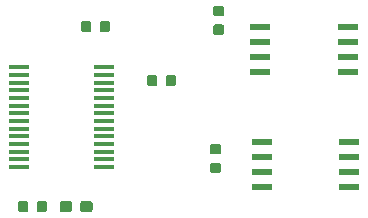
<source format=gbr>
G04 #@! TF.GenerationSoftware,KiCad,Pcbnew,(5.1.2)-2*
G04 #@! TF.CreationDate,2020-08-22T00:21:16+09:00*
G04 #@! TF.ProjectId,IRRemo,49525265-6d6f-42e6-9b69-6361645f7063,rev?*
G04 #@! TF.SameCoordinates,Original*
G04 #@! TF.FileFunction,Paste,Top*
G04 #@! TF.FilePolarity,Positive*
%FSLAX46Y46*%
G04 Gerber Fmt 4.6, Leading zero omitted, Abs format (unit mm)*
G04 Created by KiCad (PCBNEW (5.1.2)-2) date 2020-08-22 00:21:16*
%MOMM*%
%LPD*%
G04 APERTURE LIST*
%ADD10R,1.750000X0.550000*%
%ADD11R,1.750000X0.450000*%
%ADD12C,0.100000*%
%ADD13C,0.950000*%
%ADD14C,0.875000*%
G04 APERTURE END LIST*
D10*
X134256000Y-89281000D03*
X134256000Y-90551000D03*
X134256000Y-91821000D03*
X134256000Y-93091000D03*
X126856000Y-93091000D03*
X126856000Y-91821000D03*
X126856000Y-90551000D03*
X126856000Y-89281000D03*
X134112000Y-79502000D03*
X134112000Y-80772000D03*
X134112000Y-82042000D03*
X134112000Y-83312000D03*
X126712000Y-83312000D03*
X126712000Y-82042000D03*
X126712000Y-80772000D03*
X126712000Y-79502000D03*
D11*
X113489000Y-82941000D03*
X113489000Y-83591000D03*
X113489000Y-84241000D03*
X113489000Y-84891000D03*
X113489000Y-85541000D03*
X113489000Y-86191000D03*
X113489000Y-86841000D03*
X113489000Y-87491000D03*
X113489000Y-88141000D03*
X113489000Y-88791000D03*
X113489000Y-89441000D03*
X113489000Y-90091000D03*
X113489000Y-90741000D03*
X113489000Y-91391000D03*
X106289000Y-91391000D03*
X106289000Y-90741000D03*
X106289000Y-90091000D03*
X106289000Y-89441000D03*
X106289000Y-88791000D03*
X106289000Y-88141000D03*
X106289000Y-87491000D03*
X106289000Y-86841000D03*
X106289000Y-86191000D03*
X106289000Y-85541000D03*
X106289000Y-84891000D03*
X106289000Y-84241000D03*
X106289000Y-83591000D03*
X106289000Y-82941000D03*
D12*
G36*
X112296779Y-94268144D02*
G01*
X112319834Y-94271563D01*
X112342443Y-94277227D01*
X112364387Y-94285079D01*
X112385457Y-94295044D01*
X112405448Y-94307026D01*
X112424168Y-94320910D01*
X112441438Y-94336562D01*
X112457090Y-94353832D01*
X112470974Y-94372552D01*
X112482956Y-94392543D01*
X112492921Y-94413613D01*
X112500773Y-94435557D01*
X112506437Y-94458166D01*
X112509856Y-94481221D01*
X112511000Y-94504500D01*
X112511000Y-94979500D01*
X112509856Y-95002779D01*
X112506437Y-95025834D01*
X112500773Y-95048443D01*
X112492921Y-95070387D01*
X112482956Y-95091457D01*
X112470974Y-95111448D01*
X112457090Y-95130168D01*
X112441438Y-95147438D01*
X112424168Y-95163090D01*
X112405448Y-95176974D01*
X112385457Y-95188956D01*
X112364387Y-95198921D01*
X112342443Y-95206773D01*
X112319834Y-95212437D01*
X112296779Y-95215856D01*
X112273500Y-95217000D01*
X111698500Y-95217000D01*
X111675221Y-95215856D01*
X111652166Y-95212437D01*
X111629557Y-95206773D01*
X111607613Y-95198921D01*
X111586543Y-95188956D01*
X111566552Y-95176974D01*
X111547832Y-95163090D01*
X111530562Y-95147438D01*
X111514910Y-95130168D01*
X111501026Y-95111448D01*
X111489044Y-95091457D01*
X111479079Y-95070387D01*
X111471227Y-95048443D01*
X111465563Y-95025834D01*
X111462144Y-95002779D01*
X111461000Y-94979500D01*
X111461000Y-94504500D01*
X111462144Y-94481221D01*
X111465563Y-94458166D01*
X111471227Y-94435557D01*
X111479079Y-94413613D01*
X111489044Y-94392543D01*
X111501026Y-94372552D01*
X111514910Y-94353832D01*
X111530562Y-94336562D01*
X111547832Y-94320910D01*
X111566552Y-94307026D01*
X111586543Y-94295044D01*
X111607613Y-94285079D01*
X111629557Y-94277227D01*
X111652166Y-94271563D01*
X111675221Y-94268144D01*
X111698500Y-94267000D01*
X112273500Y-94267000D01*
X112296779Y-94268144D01*
X112296779Y-94268144D01*
G37*
D13*
X111986000Y-94742000D03*
D12*
G36*
X110546779Y-94268144D02*
G01*
X110569834Y-94271563D01*
X110592443Y-94277227D01*
X110614387Y-94285079D01*
X110635457Y-94295044D01*
X110655448Y-94307026D01*
X110674168Y-94320910D01*
X110691438Y-94336562D01*
X110707090Y-94353832D01*
X110720974Y-94372552D01*
X110732956Y-94392543D01*
X110742921Y-94413613D01*
X110750773Y-94435557D01*
X110756437Y-94458166D01*
X110759856Y-94481221D01*
X110761000Y-94504500D01*
X110761000Y-94979500D01*
X110759856Y-95002779D01*
X110756437Y-95025834D01*
X110750773Y-95048443D01*
X110742921Y-95070387D01*
X110732956Y-95091457D01*
X110720974Y-95111448D01*
X110707090Y-95130168D01*
X110691438Y-95147438D01*
X110674168Y-95163090D01*
X110655448Y-95176974D01*
X110635457Y-95188956D01*
X110614387Y-95198921D01*
X110592443Y-95206773D01*
X110569834Y-95212437D01*
X110546779Y-95215856D01*
X110523500Y-95217000D01*
X109948500Y-95217000D01*
X109925221Y-95215856D01*
X109902166Y-95212437D01*
X109879557Y-95206773D01*
X109857613Y-95198921D01*
X109836543Y-95188956D01*
X109816552Y-95176974D01*
X109797832Y-95163090D01*
X109780562Y-95147438D01*
X109764910Y-95130168D01*
X109751026Y-95111448D01*
X109739044Y-95091457D01*
X109729079Y-95070387D01*
X109721227Y-95048443D01*
X109715563Y-95025834D01*
X109712144Y-95002779D01*
X109711000Y-94979500D01*
X109711000Y-94504500D01*
X109712144Y-94481221D01*
X109715563Y-94458166D01*
X109721227Y-94435557D01*
X109729079Y-94413613D01*
X109739044Y-94392543D01*
X109751026Y-94372552D01*
X109764910Y-94353832D01*
X109780562Y-94336562D01*
X109797832Y-94320910D01*
X109816552Y-94307026D01*
X109836543Y-94295044D01*
X109857613Y-94285079D01*
X109879557Y-94277227D01*
X109902166Y-94271563D01*
X109925221Y-94268144D01*
X109948500Y-94267000D01*
X110523500Y-94267000D01*
X110546779Y-94268144D01*
X110546779Y-94268144D01*
G37*
D13*
X110236000Y-94742000D03*
D12*
G36*
X108443691Y-94268053D02*
G01*
X108464926Y-94271203D01*
X108485750Y-94276419D01*
X108505962Y-94283651D01*
X108525368Y-94292830D01*
X108543781Y-94303866D01*
X108561024Y-94316654D01*
X108576930Y-94331070D01*
X108591346Y-94346976D01*
X108604134Y-94364219D01*
X108615170Y-94382632D01*
X108624349Y-94402038D01*
X108631581Y-94422250D01*
X108636797Y-94443074D01*
X108639947Y-94464309D01*
X108641000Y-94485750D01*
X108641000Y-94998250D01*
X108639947Y-95019691D01*
X108636797Y-95040926D01*
X108631581Y-95061750D01*
X108624349Y-95081962D01*
X108615170Y-95101368D01*
X108604134Y-95119781D01*
X108591346Y-95137024D01*
X108576930Y-95152930D01*
X108561024Y-95167346D01*
X108543781Y-95180134D01*
X108525368Y-95191170D01*
X108505962Y-95200349D01*
X108485750Y-95207581D01*
X108464926Y-95212797D01*
X108443691Y-95215947D01*
X108422250Y-95217000D01*
X107984750Y-95217000D01*
X107963309Y-95215947D01*
X107942074Y-95212797D01*
X107921250Y-95207581D01*
X107901038Y-95200349D01*
X107881632Y-95191170D01*
X107863219Y-95180134D01*
X107845976Y-95167346D01*
X107830070Y-95152930D01*
X107815654Y-95137024D01*
X107802866Y-95119781D01*
X107791830Y-95101368D01*
X107782651Y-95081962D01*
X107775419Y-95061750D01*
X107770203Y-95040926D01*
X107767053Y-95019691D01*
X107766000Y-94998250D01*
X107766000Y-94485750D01*
X107767053Y-94464309D01*
X107770203Y-94443074D01*
X107775419Y-94422250D01*
X107782651Y-94402038D01*
X107791830Y-94382632D01*
X107802866Y-94364219D01*
X107815654Y-94346976D01*
X107830070Y-94331070D01*
X107845976Y-94316654D01*
X107863219Y-94303866D01*
X107881632Y-94292830D01*
X107901038Y-94283651D01*
X107921250Y-94276419D01*
X107942074Y-94271203D01*
X107963309Y-94268053D01*
X107984750Y-94267000D01*
X108422250Y-94267000D01*
X108443691Y-94268053D01*
X108443691Y-94268053D01*
G37*
D14*
X108203500Y-94742000D03*
D12*
G36*
X106868691Y-94268053D02*
G01*
X106889926Y-94271203D01*
X106910750Y-94276419D01*
X106930962Y-94283651D01*
X106950368Y-94292830D01*
X106968781Y-94303866D01*
X106986024Y-94316654D01*
X107001930Y-94331070D01*
X107016346Y-94346976D01*
X107029134Y-94364219D01*
X107040170Y-94382632D01*
X107049349Y-94402038D01*
X107056581Y-94422250D01*
X107061797Y-94443074D01*
X107064947Y-94464309D01*
X107066000Y-94485750D01*
X107066000Y-94998250D01*
X107064947Y-95019691D01*
X107061797Y-95040926D01*
X107056581Y-95061750D01*
X107049349Y-95081962D01*
X107040170Y-95101368D01*
X107029134Y-95119781D01*
X107016346Y-95137024D01*
X107001930Y-95152930D01*
X106986024Y-95167346D01*
X106968781Y-95180134D01*
X106950368Y-95191170D01*
X106930962Y-95200349D01*
X106910750Y-95207581D01*
X106889926Y-95212797D01*
X106868691Y-95215947D01*
X106847250Y-95217000D01*
X106409750Y-95217000D01*
X106388309Y-95215947D01*
X106367074Y-95212797D01*
X106346250Y-95207581D01*
X106326038Y-95200349D01*
X106306632Y-95191170D01*
X106288219Y-95180134D01*
X106270976Y-95167346D01*
X106255070Y-95152930D01*
X106240654Y-95137024D01*
X106227866Y-95119781D01*
X106216830Y-95101368D01*
X106207651Y-95081962D01*
X106200419Y-95061750D01*
X106195203Y-95040926D01*
X106192053Y-95019691D01*
X106191000Y-94998250D01*
X106191000Y-94485750D01*
X106192053Y-94464309D01*
X106195203Y-94443074D01*
X106200419Y-94422250D01*
X106207651Y-94402038D01*
X106216830Y-94382632D01*
X106227866Y-94364219D01*
X106240654Y-94346976D01*
X106255070Y-94331070D01*
X106270976Y-94316654D01*
X106288219Y-94303866D01*
X106306632Y-94292830D01*
X106326038Y-94283651D01*
X106346250Y-94276419D01*
X106367074Y-94271203D01*
X106388309Y-94268053D01*
X106409750Y-94267000D01*
X106847250Y-94267000D01*
X106868691Y-94268053D01*
X106868691Y-94268053D01*
G37*
D14*
X106628500Y-94742000D03*
D12*
G36*
X119365691Y-83600053D02*
G01*
X119386926Y-83603203D01*
X119407750Y-83608419D01*
X119427962Y-83615651D01*
X119447368Y-83624830D01*
X119465781Y-83635866D01*
X119483024Y-83648654D01*
X119498930Y-83663070D01*
X119513346Y-83678976D01*
X119526134Y-83696219D01*
X119537170Y-83714632D01*
X119546349Y-83734038D01*
X119553581Y-83754250D01*
X119558797Y-83775074D01*
X119561947Y-83796309D01*
X119563000Y-83817750D01*
X119563000Y-84330250D01*
X119561947Y-84351691D01*
X119558797Y-84372926D01*
X119553581Y-84393750D01*
X119546349Y-84413962D01*
X119537170Y-84433368D01*
X119526134Y-84451781D01*
X119513346Y-84469024D01*
X119498930Y-84484930D01*
X119483024Y-84499346D01*
X119465781Y-84512134D01*
X119447368Y-84523170D01*
X119427962Y-84532349D01*
X119407750Y-84539581D01*
X119386926Y-84544797D01*
X119365691Y-84547947D01*
X119344250Y-84549000D01*
X118906750Y-84549000D01*
X118885309Y-84547947D01*
X118864074Y-84544797D01*
X118843250Y-84539581D01*
X118823038Y-84532349D01*
X118803632Y-84523170D01*
X118785219Y-84512134D01*
X118767976Y-84499346D01*
X118752070Y-84484930D01*
X118737654Y-84469024D01*
X118724866Y-84451781D01*
X118713830Y-84433368D01*
X118704651Y-84413962D01*
X118697419Y-84393750D01*
X118692203Y-84372926D01*
X118689053Y-84351691D01*
X118688000Y-84330250D01*
X118688000Y-83817750D01*
X118689053Y-83796309D01*
X118692203Y-83775074D01*
X118697419Y-83754250D01*
X118704651Y-83734038D01*
X118713830Y-83714632D01*
X118724866Y-83696219D01*
X118737654Y-83678976D01*
X118752070Y-83663070D01*
X118767976Y-83648654D01*
X118785219Y-83635866D01*
X118803632Y-83624830D01*
X118823038Y-83615651D01*
X118843250Y-83608419D01*
X118864074Y-83603203D01*
X118885309Y-83600053D01*
X118906750Y-83599000D01*
X119344250Y-83599000D01*
X119365691Y-83600053D01*
X119365691Y-83600053D01*
G37*
D14*
X119125500Y-84074000D03*
D12*
G36*
X117790691Y-83600053D02*
G01*
X117811926Y-83603203D01*
X117832750Y-83608419D01*
X117852962Y-83615651D01*
X117872368Y-83624830D01*
X117890781Y-83635866D01*
X117908024Y-83648654D01*
X117923930Y-83663070D01*
X117938346Y-83678976D01*
X117951134Y-83696219D01*
X117962170Y-83714632D01*
X117971349Y-83734038D01*
X117978581Y-83754250D01*
X117983797Y-83775074D01*
X117986947Y-83796309D01*
X117988000Y-83817750D01*
X117988000Y-84330250D01*
X117986947Y-84351691D01*
X117983797Y-84372926D01*
X117978581Y-84393750D01*
X117971349Y-84413962D01*
X117962170Y-84433368D01*
X117951134Y-84451781D01*
X117938346Y-84469024D01*
X117923930Y-84484930D01*
X117908024Y-84499346D01*
X117890781Y-84512134D01*
X117872368Y-84523170D01*
X117852962Y-84532349D01*
X117832750Y-84539581D01*
X117811926Y-84544797D01*
X117790691Y-84547947D01*
X117769250Y-84549000D01*
X117331750Y-84549000D01*
X117310309Y-84547947D01*
X117289074Y-84544797D01*
X117268250Y-84539581D01*
X117248038Y-84532349D01*
X117228632Y-84523170D01*
X117210219Y-84512134D01*
X117192976Y-84499346D01*
X117177070Y-84484930D01*
X117162654Y-84469024D01*
X117149866Y-84451781D01*
X117138830Y-84433368D01*
X117129651Y-84413962D01*
X117122419Y-84393750D01*
X117117203Y-84372926D01*
X117114053Y-84351691D01*
X117113000Y-84330250D01*
X117113000Y-83817750D01*
X117114053Y-83796309D01*
X117117203Y-83775074D01*
X117122419Y-83754250D01*
X117129651Y-83734038D01*
X117138830Y-83714632D01*
X117149866Y-83696219D01*
X117162654Y-83678976D01*
X117177070Y-83663070D01*
X117192976Y-83648654D01*
X117210219Y-83635866D01*
X117228632Y-83624830D01*
X117248038Y-83615651D01*
X117268250Y-83608419D01*
X117289074Y-83603203D01*
X117310309Y-83600053D01*
X117331750Y-83599000D01*
X117769250Y-83599000D01*
X117790691Y-83600053D01*
X117790691Y-83600053D01*
G37*
D14*
X117550500Y-84074000D03*
D12*
G36*
X123467691Y-77744553D02*
G01*
X123488926Y-77747703D01*
X123509750Y-77752919D01*
X123529962Y-77760151D01*
X123549368Y-77769330D01*
X123567781Y-77780366D01*
X123585024Y-77793154D01*
X123600930Y-77807570D01*
X123615346Y-77823476D01*
X123628134Y-77840719D01*
X123639170Y-77859132D01*
X123648349Y-77878538D01*
X123655581Y-77898750D01*
X123660797Y-77919574D01*
X123663947Y-77940809D01*
X123665000Y-77962250D01*
X123665000Y-78399750D01*
X123663947Y-78421191D01*
X123660797Y-78442426D01*
X123655581Y-78463250D01*
X123648349Y-78483462D01*
X123639170Y-78502868D01*
X123628134Y-78521281D01*
X123615346Y-78538524D01*
X123600930Y-78554430D01*
X123585024Y-78568846D01*
X123567781Y-78581634D01*
X123549368Y-78592670D01*
X123529962Y-78601849D01*
X123509750Y-78609081D01*
X123488926Y-78614297D01*
X123467691Y-78617447D01*
X123446250Y-78618500D01*
X122933750Y-78618500D01*
X122912309Y-78617447D01*
X122891074Y-78614297D01*
X122870250Y-78609081D01*
X122850038Y-78601849D01*
X122830632Y-78592670D01*
X122812219Y-78581634D01*
X122794976Y-78568846D01*
X122779070Y-78554430D01*
X122764654Y-78538524D01*
X122751866Y-78521281D01*
X122740830Y-78502868D01*
X122731651Y-78483462D01*
X122724419Y-78463250D01*
X122719203Y-78442426D01*
X122716053Y-78421191D01*
X122715000Y-78399750D01*
X122715000Y-77962250D01*
X122716053Y-77940809D01*
X122719203Y-77919574D01*
X122724419Y-77898750D01*
X122731651Y-77878538D01*
X122740830Y-77859132D01*
X122751866Y-77840719D01*
X122764654Y-77823476D01*
X122779070Y-77807570D01*
X122794976Y-77793154D01*
X122812219Y-77780366D01*
X122830632Y-77769330D01*
X122850038Y-77760151D01*
X122870250Y-77752919D01*
X122891074Y-77747703D01*
X122912309Y-77744553D01*
X122933750Y-77743500D01*
X123446250Y-77743500D01*
X123467691Y-77744553D01*
X123467691Y-77744553D01*
G37*
D14*
X123190000Y-78181000D03*
D12*
G36*
X123467691Y-79319553D02*
G01*
X123488926Y-79322703D01*
X123509750Y-79327919D01*
X123529962Y-79335151D01*
X123549368Y-79344330D01*
X123567781Y-79355366D01*
X123585024Y-79368154D01*
X123600930Y-79382570D01*
X123615346Y-79398476D01*
X123628134Y-79415719D01*
X123639170Y-79434132D01*
X123648349Y-79453538D01*
X123655581Y-79473750D01*
X123660797Y-79494574D01*
X123663947Y-79515809D01*
X123665000Y-79537250D01*
X123665000Y-79974750D01*
X123663947Y-79996191D01*
X123660797Y-80017426D01*
X123655581Y-80038250D01*
X123648349Y-80058462D01*
X123639170Y-80077868D01*
X123628134Y-80096281D01*
X123615346Y-80113524D01*
X123600930Y-80129430D01*
X123585024Y-80143846D01*
X123567781Y-80156634D01*
X123549368Y-80167670D01*
X123529962Y-80176849D01*
X123509750Y-80184081D01*
X123488926Y-80189297D01*
X123467691Y-80192447D01*
X123446250Y-80193500D01*
X122933750Y-80193500D01*
X122912309Y-80192447D01*
X122891074Y-80189297D01*
X122870250Y-80184081D01*
X122850038Y-80176849D01*
X122830632Y-80167670D01*
X122812219Y-80156634D01*
X122794976Y-80143846D01*
X122779070Y-80129430D01*
X122764654Y-80113524D01*
X122751866Y-80096281D01*
X122740830Y-80077868D01*
X122731651Y-80058462D01*
X122724419Y-80038250D01*
X122719203Y-80017426D01*
X122716053Y-79996191D01*
X122715000Y-79974750D01*
X122715000Y-79537250D01*
X122716053Y-79515809D01*
X122719203Y-79494574D01*
X122724419Y-79473750D01*
X122731651Y-79453538D01*
X122740830Y-79434132D01*
X122751866Y-79415719D01*
X122764654Y-79398476D01*
X122779070Y-79382570D01*
X122794976Y-79368154D01*
X122812219Y-79355366D01*
X122830632Y-79344330D01*
X122850038Y-79335151D01*
X122870250Y-79327919D01*
X122891074Y-79322703D01*
X122912309Y-79319553D01*
X122933750Y-79318500D01*
X123446250Y-79318500D01*
X123467691Y-79319553D01*
X123467691Y-79319553D01*
G37*
D14*
X123190000Y-79756000D03*
D12*
G36*
X123187691Y-89454053D02*
G01*
X123208926Y-89457203D01*
X123229750Y-89462419D01*
X123249962Y-89469651D01*
X123269368Y-89478830D01*
X123287781Y-89489866D01*
X123305024Y-89502654D01*
X123320930Y-89517070D01*
X123335346Y-89532976D01*
X123348134Y-89550219D01*
X123359170Y-89568632D01*
X123368349Y-89588038D01*
X123375581Y-89608250D01*
X123380797Y-89629074D01*
X123383947Y-89650309D01*
X123385000Y-89671750D01*
X123385000Y-90109250D01*
X123383947Y-90130691D01*
X123380797Y-90151926D01*
X123375581Y-90172750D01*
X123368349Y-90192962D01*
X123359170Y-90212368D01*
X123348134Y-90230781D01*
X123335346Y-90248024D01*
X123320930Y-90263930D01*
X123305024Y-90278346D01*
X123287781Y-90291134D01*
X123269368Y-90302170D01*
X123249962Y-90311349D01*
X123229750Y-90318581D01*
X123208926Y-90323797D01*
X123187691Y-90326947D01*
X123166250Y-90328000D01*
X122653750Y-90328000D01*
X122632309Y-90326947D01*
X122611074Y-90323797D01*
X122590250Y-90318581D01*
X122570038Y-90311349D01*
X122550632Y-90302170D01*
X122532219Y-90291134D01*
X122514976Y-90278346D01*
X122499070Y-90263930D01*
X122484654Y-90248024D01*
X122471866Y-90230781D01*
X122460830Y-90212368D01*
X122451651Y-90192962D01*
X122444419Y-90172750D01*
X122439203Y-90151926D01*
X122436053Y-90130691D01*
X122435000Y-90109250D01*
X122435000Y-89671750D01*
X122436053Y-89650309D01*
X122439203Y-89629074D01*
X122444419Y-89608250D01*
X122451651Y-89588038D01*
X122460830Y-89568632D01*
X122471866Y-89550219D01*
X122484654Y-89532976D01*
X122499070Y-89517070D01*
X122514976Y-89502654D01*
X122532219Y-89489866D01*
X122550632Y-89478830D01*
X122570038Y-89469651D01*
X122590250Y-89462419D01*
X122611074Y-89457203D01*
X122632309Y-89454053D01*
X122653750Y-89453000D01*
X123166250Y-89453000D01*
X123187691Y-89454053D01*
X123187691Y-89454053D01*
G37*
D14*
X122910000Y-89890500D03*
D12*
G36*
X123187691Y-91029053D02*
G01*
X123208926Y-91032203D01*
X123229750Y-91037419D01*
X123249962Y-91044651D01*
X123269368Y-91053830D01*
X123287781Y-91064866D01*
X123305024Y-91077654D01*
X123320930Y-91092070D01*
X123335346Y-91107976D01*
X123348134Y-91125219D01*
X123359170Y-91143632D01*
X123368349Y-91163038D01*
X123375581Y-91183250D01*
X123380797Y-91204074D01*
X123383947Y-91225309D01*
X123385000Y-91246750D01*
X123385000Y-91684250D01*
X123383947Y-91705691D01*
X123380797Y-91726926D01*
X123375581Y-91747750D01*
X123368349Y-91767962D01*
X123359170Y-91787368D01*
X123348134Y-91805781D01*
X123335346Y-91823024D01*
X123320930Y-91838930D01*
X123305024Y-91853346D01*
X123287781Y-91866134D01*
X123269368Y-91877170D01*
X123249962Y-91886349D01*
X123229750Y-91893581D01*
X123208926Y-91898797D01*
X123187691Y-91901947D01*
X123166250Y-91903000D01*
X122653750Y-91903000D01*
X122632309Y-91901947D01*
X122611074Y-91898797D01*
X122590250Y-91893581D01*
X122570038Y-91886349D01*
X122550632Y-91877170D01*
X122532219Y-91866134D01*
X122514976Y-91853346D01*
X122499070Y-91838930D01*
X122484654Y-91823024D01*
X122471866Y-91805781D01*
X122460830Y-91787368D01*
X122451651Y-91767962D01*
X122444419Y-91747750D01*
X122439203Y-91726926D01*
X122436053Y-91705691D01*
X122435000Y-91684250D01*
X122435000Y-91246750D01*
X122436053Y-91225309D01*
X122439203Y-91204074D01*
X122444419Y-91183250D01*
X122451651Y-91163038D01*
X122460830Y-91143632D01*
X122471866Y-91125219D01*
X122484654Y-91107976D01*
X122499070Y-91092070D01*
X122514976Y-91077654D01*
X122532219Y-91064866D01*
X122550632Y-91053830D01*
X122570038Y-91044651D01*
X122590250Y-91037419D01*
X122611074Y-91032203D01*
X122632309Y-91029053D01*
X122653750Y-91028000D01*
X123166250Y-91028000D01*
X123187691Y-91029053D01*
X123187691Y-91029053D01*
G37*
D14*
X122910000Y-91465500D03*
D12*
G36*
X113777691Y-79028053D02*
G01*
X113798926Y-79031203D01*
X113819750Y-79036419D01*
X113839962Y-79043651D01*
X113859368Y-79052830D01*
X113877781Y-79063866D01*
X113895024Y-79076654D01*
X113910930Y-79091070D01*
X113925346Y-79106976D01*
X113938134Y-79124219D01*
X113949170Y-79142632D01*
X113958349Y-79162038D01*
X113965581Y-79182250D01*
X113970797Y-79203074D01*
X113973947Y-79224309D01*
X113975000Y-79245750D01*
X113975000Y-79758250D01*
X113973947Y-79779691D01*
X113970797Y-79800926D01*
X113965581Y-79821750D01*
X113958349Y-79841962D01*
X113949170Y-79861368D01*
X113938134Y-79879781D01*
X113925346Y-79897024D01*
X113910930Y-79912930D01*
X113895024Y-79927346D01*
X113877781Y-79940134D01*
X113859368Y-79951170D01*
X113839962Y-79960349D01*
X113819750Y-79967581D01*
X113798926Y-79972797D01*
X113777691Y-79975947D01*
X113756250Y-79977000D01*
X113318750Y-79977000D01*
X113297309Y-79975947D01*
X113276074Y-79972797D01*
X113255250Y-79967581D01*
X113235038Y-79960349D01*
X113215632Y-79951170D01*
X113197219Y-79940134D01*
X113179976Y-79927346D01*
X113164070Y-79912930D01*
X113149654Y-79897024D01*
X113136866Y-79879781D01*
X113125830Y-79861368D01*
X113116651Y-79841962D01*
X113109419Y-79821750D01*
X113104203Y-79800926D01*
X113101053Y-79779691D01*
X113100000Y-79758250D01*
X113100000Y-79245750D01*
X113101053Y-79224309D01*
X113104203Y-79203074D01*
X113109419Y-79182250D01*
X113116651Y-79162038D01*
X113125830Y-79142632D01*
X113136866Y-79124219D01*
X113149654Y-79106976D01*
X113164070Y-79091070D01*
X113179976Y-79076654D01*
X113197219Y-79063866D01*
X113215632Y-79052830D01*
X113235038Y-79043651D01*
X113255250Y-79036419D01*
X113276074Y-79031203D01*
X113297309Y-79028053D01*
X113318750Y-79027000D01*
X113756250Y-79027000D01*
X113777691Y-79028053D01*
X113777691Y-79028053D01*
G37*
D14*
X113537500Y-79502000D03*
D12*
G36*
X112202691Y-79028053D02*
G01*
X112223926Y-79031203D01*
X112244750Y-79036419D01*
X112264962Y-79043651D01*
X112284368Y-79052830D01*
X112302781Y-79063866D01*
X112320024Y-79076654D01*
X112335930Y-79091070D01*
X112350346Y-79106976D01*
X112363134Y-79124219D01*
X112374170Y-79142632D01*
X112383349Y-79162038D01*
X112390581Y-79182250D01*
X112395797Y-79203074D01*
X112398947Y-79224309D01*
X112400000Y-79245750D01*
X112400000Y-79758250D01*
X112398947Y-79779691D01*
X112395797Y-79800926D01*
X112390581Y-79821750D01*
X112383349Y-79841962D01*
X112374170Y-79861368D01*
X112363134Y-79879781D01*
X112350346Y-79897024D01*
X112335930Y-79912930D01*
X112320024Y-79927346D01*
X112302781Y-79940134D01*
X112284368Y-79951170D01*
X112264962Y-79960349D01*
X112244750Y-79967581D01*
X112223926Y-79972797D01*
X112202691Y-79975947D01*
X112181250Y-79977000D01*
X111743750Y-79977000D01*
X111722309Y-79975947D01*
X111701074Y-79972797D01*
X111680250Y-79967581D01*
X111660038Y-79960349D01*
X111640632Y-79951170D01*
X111622219Y-79940134D01*
X111604976Y-79927346D01*
X111589070Y-79912930D01*
X111574654Y-79897024D01*
X111561866Y-79879781D01*
X111550830Y-79861368D01*
X111541651Y-79841962D01*
X111534419Y-79821750D01*
X111529203Y-79800926D01*
X111526053Y-79779691D01*
X111525000Y-79758250D01*
X111525000Y-79245750D01*
X111526053Y-79224309D01*
X111529203Y-79203074D01*
X111534419Y-79182250D01*
X111541651Y-79162038D01*
X111550830Y-79142632D01*
X111561866Y-79124219D01*
X111574654Y-79106976D01*
X111589070Y-79091070D01*
X111604976Y-79076654D01*
X111622219Y-79063866D01*
X111640632Y-79052830D01*
X111660038Y-79043651D01*
X111680250Y-79036419D01*
X111701074Y-79031203D01*
X111722309Y-79028053D01*
X111743750Y-79027000D01*
X112181250Y-79027000D01*
X112202691Y-79028053D01*
X112202691Y-79028053D01*
G37*
D14*
X111962500Y-79502000D03*
M02*

</source>
